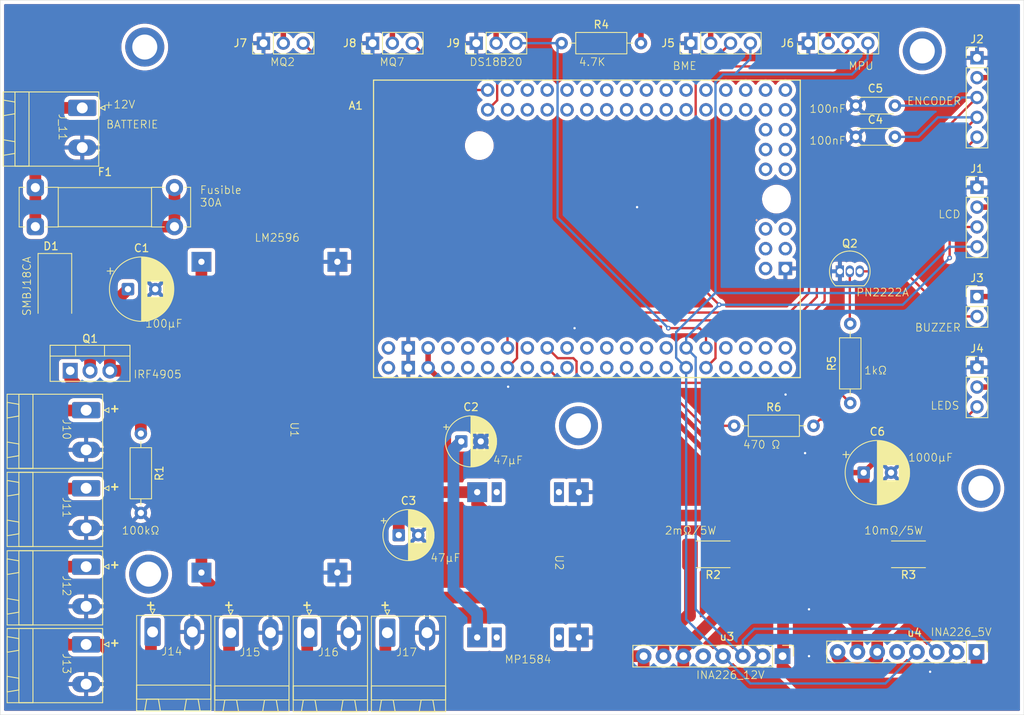
<source format=kicad_pcb>
(kicad_pcb (version 20241229) (generator "pcbnew") (generator_version "9.0")
  (layers (0 "F.Cu" signal) (2 "B.Cu" signal) (13 "F.Paste" user) (15 "B.Paste" user) (5 "F.SilkS" user "F.Silkscreen") (7 "B.SilkS" user "B.Silkscreen") (1 "F.Mask" user) (3 "B.Mask" user) (25 "Edge.Cuts" user))
  (net 0 "")
  (net 6 "/Display_And_UI/WS2812_DATA")
  (net 20 "/Display_And_UI/GND")
  (net 23 "/Display_And_UI/I2C_SCL")
  (net 24 "/Display_And_UI/+5V")
  (net 38 "/Display_And_UI/I2C_SDA")
  (net 39 "/MCU_Arduino_Mega/DS18B20_DATA")
  (net 46 "/Display_And_UI/ENCODER_A")
  (net 47 "/Display_And_UI/BUZZER_PWM")
  (net 52 "/Display_And_UI/ENCODER_B")
  (net 55 "/Display_And_UI/ENCODER_SW")
  (net 62 "/MCU_Arduino_Mega/MQ7_AOUT")
  (net 67 "/MCU_Arduino_Mega/MQ2_AOUT")
  (net 84 "/Power_Input/+12V_PROT")
  (net 85 "/Power_Input/+3V3")
  (net 86 "/Power_Input/+12V_FUSED")
  (net 87 "/Power_Input/+12V_RAW")
  (net 88 "Net-(J3-Pin_2)")
  (net 89 "Net-(J4-Pin_3)")
  (net 90 "Net-(Q1-G)")
  (net 91 "Net-(Q2-B)")
  (net 94 "/Power_Input/+5V_PROT")
  (net 95 "/Power_Input/+12V")
  (footprint "Resistor_THT:R_Axial_DIN0207_L6.3mm_D2.5mm_P10.16mm_Horizontal" (layer "F.Cu") (at 113.42 82)
    (property "Reference" "R6")
    (property "Value" "470 Ω")
  )
  (footprint "MyModules:Connecteur 2 vis" (layer "F.Cu") (at 38.96 108.4)
    (property "Reference" "J14")
    (property "Value" "OUTSIDE LIGHT")
  )
  (footprint "Package_TO_SOT_THT:TO-92_Inline" (layer "F.Cu") (at 126.951961 62.221961)
    (property "Reference" "Q2")
    (property "Value" "PN2222")
  )
  (footprint "MyModules:Connecteur 2 vis" (layer "F.Cu") (at 48.96 108.5)
    (property "Reference" "J15")
    (property "Value" "REAR LIGHT")
  )
  (footprint "PCM_arduino-library:Clone_Mega2560_Pro_Socket" (layer "F.Cu") (at 67.275 37.73)
    (property "Reference" "A1")
    (property "Value" "Clone_Mega2560_Pro_Socket")
  )
  (footprint "MyModules:Connecteur 2 vis" (layer "F.Cu") (at 30.5 89.96 -90)
    (property "Reference" "J11")
    (property "Value" "FRIDGE")
  )
  (footprint "Connector_PinHeader_2.54mm:PinHeader_1x05_P2.54mm_Vertical" (layer "F.Cu") (at 144.5 34.88)
    (property "Reference" "J2")
    (property "Value" "J_ENCODER")
  )
  (footprint "MyModules:MP1584_Breakout" (layer "F.Cu") (at 93.54 90.5 -90)
    (property "Reference" "U2")
    (property "Value" "MP1584")
  )
  (footprint "Capacitor_THT:CP_Radial_D8.0mm_P3.50mm" (layer "F.Cu") (at 35.847349 64.5)
    (property "Reference" "C1")
    (property "Value" "100uF/35V")
  )
  (footprint "MyModules:Connecteur 2 vis" (layer "F.Cu") (at 30.5 79.96 -90)
    (property "Reference" "J10")
    (property "Value" "PUMP")
  )
  (footprint "MyModules:INA226_Module_Header_1x08" (layer "F.Cu") (at 119.62 111.5 -90)
    (property "Reference" "u3")
    (property "Value" "INA226_12V")
  )
  (footprint "Package_TO_SOT_THT:TO-220-3_Vertical" (layer "F.Cu") (at 28.46 74.95)
    (property "Reference" "Q1")
    (property "Value" "IRF4905")
  )
  (footprint "Capacitor_THT:C_Disc_D4.3mm_W1.9mm_P5.00mm" (layer "F.Cu") (at 129 45)
    (property "Reference" "C4")
    (property "Value" "100nF")
  )
  (footprint "Connector_PinHeader_2.54mm:PinHeader_1x03_P2.54mm_Vertical" (layer "F.Cu") (at 80.42 33 90)
    (property "Reference" "J9")
    (property "Value" "J_DS18B20")
  )
  (footprint "MyModules:Connecteur 2 vis" (layer "F.Cu") (at 30.5 109.96 -90)
    (property "Reference" "J13")
    (property "Value" "INSIDE LIGHT")
  )
  (footprint "Resistor_THT:R_Axial_DIN0207_L6.3mm_D2.5mm_P10.16mm_Horizontal" (layer "F.Cu") (at 37.5 83 -90)
    (property "Reference" "R1")
    (property "Value" "100 kΩ")
  )
  (footprint "MyModules:LM2596_Breakout" (layer "F.Cu") (at 62.65 61 -90)
    (property "Reference" "U1")
    (property "Value" "LM2596 Module")
  )
  (footprint "Connector_PinHeader_2.54mm:PinHeader_1x03_P2.54mm_Vertical" (layer "F.Cu") (at 53.19 33 90)
    (property "Reference" "J7")
    (property "Value" "J_MQ2")
  )
  (footprint "MyModules:Connecteur 2 vis" (layer "F.Cu") (at 59 108.5)
    (property "Reference" "J16")
    (property "Value" "USB LOADER")
  )
  (footprint "MyModules:Connecteur 2 vis" (layer "F.Cu") (at 30.5 100 -90)
    (property "Reference" "J12")
    (property "Value" "HEATER")
  )
  (footprint "Resistor_THT:R_Axial_DIN0207_L6.3mm_D2.5mm_P10.16mm_Horizontal" (layer "F.Cu") (at 128.278039 79.088039 90)
    (property "Reference" "R5")
    (property "Value" "1k Ω")
  )
  (footprint "Resistor_THT:R_Axial_DIN0207_L6.3mm_D2.5mm_P10.16mm_Horizontal" (layer "F.Cu") (at 91.34 33)
    (property "Reference" "R4")
    (property "Value" "4.7k")
  )
  (footprint "Connector_PinHeader_2.54mm:PinHeader_1x04_P2.54mm_Vertical" (layer "F.Cu") (at 144.5 51.46)
    (property "Reference" "J1")
    (property "Value" "J_LCD")
  )
  (footprint "Connector_PinHeader_2.54mm:PinHeader_1x03_P2.54mm_Vertical" (layer "F.Cu") (at 67.15 33 90)
    (property "Reference" "J8")
    (property "Value" "J_MQ7")
  )
  (footprint "Capacitor_THT:CP_Radial_D8.0mm_P3.50mm" (layer "F.Cu") (at 130 88)
    (property "Reference" "C6")
    (property "Value" "1000 µF - 6.3V")
  )
  (footprint "Capacitor_THT:C_Disc_D4.3mm_W1.9mm_P5.00mm" (layer "F.Cu") (at 129 41)
    (property "Reference" "C5")
    (property "Value" "100nF")
  )
  (footprint "MyModules:Connecteur 2 vis" (layer "F.Cu") (at 69 108.5)
    (property "Reference" "J17")
    (property "Value" "OTHER")
  )
  (footprint "Resistor_SMD:R_2512_6332Metric" (layer "F.Cu") (at 110.73 98.46 180)
    (property "Reference" "R2")
    (property "Value" "2mΩ / 5W")
  )
  (footprint "Connector_PinHeader_2.54mm:PinHeader_1x04_P2.54mm_Vertical" (layer "F.Cu") (at 122.92 33 90)
    (property "Reference" "J6")
    (property "Value" "J_MPU")
  )
  (footprint "Diode_SMD:D_SMA-SMB_Universal_Handsoldering" (layer "F.Cu") (at 26.5 64.9 -90)
    (property "Reference" "D1")
    (property "Value" "D_TVS")
  )
  (footprint "Capacitor_THT:CP_Radial_D6.3mm_P2.50mm" (layer "F.Cu") (at 78.5 84)
    (property "Reference" "C2")
    (property "Value" "47uF/16V")
  )
  (footprint "Connector_PinHeader_2.54mm:PinHeader_1x04_P2.54mm_Vertical" (layer "F.Cu") (at 107.88 33 90)
    (property "Reference" "J5")
    (property "Value" "J_BME")
  )
  (footprint "Connector_PinHeader_2.54mm:PinHeader_1x02_P2.54mm_Vertical" (layer "F.Cu") (at 144.5 65.46)
    (property "Reference" "J3")
    (property "Value" "J_BUZZER")
  )
  (footprint "MyModules:INA226_Module_Header_1x08" (layer "F.Cu") (at 144.43 110.96 -90)
    (property "Reference" "u4")
    (property "Value" "INA226_5V")
  )
  (footprint "MyModules:Connecteur 2 vis" (layer "F.Cu") (at 30 41.25 -90)
    (property "Reference" "J_11")
    (property "Value" "J_BATT")
  )
  (footprint "Fuse:Fuseholder_Clip-5x20mm_Bel_FC-203-22_Lateral_P17.80x5.00mm_D1.17mm_Horizontal" (layer "F.Cu") (at 24 51.5)
    (property "Reference" "F1")
    (property "Value" "Fuse")
  )
  (footprint "Resistor_SMD:R_2512_6332Metric" (layer "F.Cu") (at 135.73 98.46 180)
    (property "Reference" "R3")
    (property "Value" "10mΩ / 5W")
  )
  (footprint "Connector_PinHeader_2.54mm:PinHeader_1x03_P2.54mm_Vertical" (layer "F.Cu") (at 144.5 74.5)
    (property "Reference" "J4")
    (property "Value" "J_LEDS")
  )
  (footprint "Capacitor_THT:CP_Radial_D6.3mm_P2.50mm" (layer "F.Cu") (at 70.5 96)
    (property "Reference" "C3")
    (property "Value" "47uF/16V")
  )
  (gr_line (start 150.5 27.5) (end 150.5 119) (stroke (width 0.05)) (layer "Edge.Cuts"))
  (gr_line (start 19.5 119) (end 19.5 27.5) (stroke (width 0.05)) (layer "Edge.Cuts"))
  (gr_line (start 150.5 119) (end 19.5 119) (stroke (width 0.05)) (layer "Edge.Cuts"))
  (gr_line (start 19.5 27.5) (end 150.5 27.5) (stroke (width 0.05)) (layer "Edge.Cuts"))
  (gr_text "47µF" (at 74.5 99.5 0) (layer "F.SilkS") (effects (font (size 1 1) (thickness 0.1)) (justify left bottom)))
  (gr_text "+12V" (at 32.71 41.44 0) (layer "F.SilkS") (effects (font (size 1 1) (thickness 0.1)) (justify left bottom)))
  (gr_text "BME" (at 105.5 36.5 0) (layer "F.SilkS") (effects (font (size 1 1) (thickness 0.1)) (justify left bottom)))
  (gr_text "MPU" (at 128 36.5 0) (layer "F.SilkS") (effects (font (size 1 1) (thickness 0.1)) (justify left bottom)))
  (gr_text "10mΩ/5W" (at 130 96 0) (layer "F.SilkS") (effects (font (size 1 1) (thickness 0.1)) (justify left bottom)))
  (gr_text "+" (at 58 105.49 0) (layer "F.SilkS") (effects (font (size 1 1) (thickness 0.2) (bold yes)) (justify left bottom)))
  (gr_text "2mΩ/5W" (at 104.5 96 0) (layer "F.SilkS") (effects (font (size 1 1) (thickness 0.1)) (justify left bottom)))
  (gr_text "470 Ω" (at 114.5 85 0) (layer "F.SilkS") (effects (font (size 1 1) (thickness 0.1)) (justify left bottom)))
  (gr_text "MQ2" (at 54 36 0) (layer "F.SilkS") (effects (font (size 1 1) (thickness 0.1)) (justify left bottom)))
  (gr_text "+" (at 48 105.49 0) (layer "F.SilkS") (effects (font (size 1 1) (thickness 0.2) (bold yes)) (justify left bottom)))
  (gr_text "100kΩ" (at 35 96 0) (layer "F.SilkS") (effects (font (size 1 1) (thickness 0.1)) (justify left bottom)))
  (gr_text "LEDS" (at 138.5 80 0) (layer "F.SilkS") (effects (font (size 1 1) (thickness 0.1)) (justify left bottom)))
  (gr_text "+" (at 38 105.49 0) (layer "F.SilkS") (effects (font (size 1 1) (thickness 0.2) (bold yes)) (justify left bottom)))
  (gr_text "4.7K" (at 93.5 36 0) (layer "F.SilkS") (effects (font (size 1 1) (thickness 0.1)) (justify left bottom)))
  (gr_text "+" (at 33.41 100.34 0) (layer "F.SilkS") (effects (font (size 1 1) (thickness 0.2) (bold yes)) (justify left bottom)))
  (gr_text "100nF" (at 123 42 0) (layer "F.SilkS") (effects (font (size 1 1) (thickness 0.1)) (justify left bottom)))
  (gr_text "IRF4905" (at 36.5 76 0) (layer "F.SilkS") (effects (font (size 1 1) (thickness 0.1)) (justify left bottom)))
  (gr_text "LM2596" (at 52 58.5 0) (layer "F.SilkS") (effects (font (size 1 1) (thickness 0.1)) (justify left bottom)))
  (gr_text "1000µF" (at 135.63 86.654 0) (layer "F.SilkS") (effects (font (size 1 1) (thickness 0.1)) (justify left bottom)))
  (gr_text "SMBJ18CA" (at 23.5 68 90) (layer "F.SilkS") (effects (font (size 1 1) (thickness 0.1)) (justify left bottom)))
  (gr_text "MP1584" (at 84 112.5 0) (layer "F.SilkS") (effects (font (size 1 1) (thickness 0.1)) (justify left bottom)))
  (gr_text "+" (at 33.41 90.34 0) (layer "F.SilkS") (effects (font (size 1 1) (thickness 0.2) (bold yes)) (justify left bottom)))
  (gr_text "BATTERIE" (at 33 44 0) (layer "F.SilkS") (effects (font (size 1 1) (thickness 0.1)) (justify left bottom)))
  (gr_text "PN2222A" (at 129 65.5 0) (layer "F.SilkS") (effects (font (size 1 1) (thickness 0.1)) (justify left bottom)))
  (gr_text "1kΩ" (at 130 75.5 0) (layer "F.SilkS") (effects (font (size 1 1) (thickness 0.1)) (justify left bottom)))
  (gr_text "+" (at 68 105.49 0) (layer "F.SilkS") (effects (font (size 1 1) (thickness 0.2) (bold yes)) (justify left bottom)))
  (gr_text "LCD" (at 139.5 55.5 0) (layer "F.SilkS") (effects (font (size 1 1) (thickness 0.1)) (justify left bottom)))
  (gr_text "100nF" (at 123 46.07 0) (layer "F.SilkS") (effects (font (size 1 1) (thickness 0.1)) (justify left bottom)))
  (gr_text "ENCODER" (at 135.5 41 0) (layer "F.SilkS") (effects (font (size 1 1) (thickness 0.1)) (justify left bottom)))
  (gr_text "DS18B20" (at 79.5 36 0) (layer "F.SilkS") (effects (font (size 1 1) (thickness 0.1)) (justify left bottom)))
  (gr_text "+" (at 33.41 80.34 0) (layer "F.SilkS") (effects (font (size 1 1) (thickness 0.2) (bold yes)) (justify left bottom)))
  (gr_text "Fusible\n30A" (at 45 54 0) (layer "F.SilkS") (effects (font (size 1 1) (thickness 0.1)) (justify left bottom)))
  (gr_text "MQ7" (at 68 36 0) (layer "F.SilkS") (effects (font (size 1 1) (thickness 0.1)) (justify left bottom)))
  (gr_text "47µF" (at 82.51 87 0) (layer "F.SilkS") (effects (font (size 1 1) (thickness 0.1)) (justify left bottom)))
  (gr_text "+" (at 33.41 110.34 0) (layer "F.SilkS") (effects (font (size 1 1) (thickness 0.2) (bold yes)) (justify left bottom)))
  (gr_text "INA226_5V" (at 138.5 109 0) (layer "F.SilkS") (effects (font (size 1 1) (thickness 0.1)) (justify left bottom)))
  (gr_text "INA226_12V" (at 108.5 114.5 0) (layer "F.SilkS") (effects (font (size 1 1) (thickness 0.1)) (justify left bottom)))
  (gr_text "100µF" (at 38 69.5 0) (layer "F.SilkS") (effects (font (size 1 1) (thickness 0.1)) (justify left bottom)))
  (gr_text "BUZZER" (at 136.5 70 0) (layer "F.SilkS") (effects (font (size 1 1) (thickness 0.1)) (justify left bottom)))
  (via (at 93.5 82) (size 5) (drill 3.2) (layers "F.Cu" "B.Cu") (net 0))
  (via (at 145 90) (size 5) (drill 3.2) (layers "F.Cu" "B.Cu") (net 0))
  (via (at 38 33.5) (size 5) (drill 3.2) (layers "F.Cu" "B.Cu") (net 0))
  (via (at 38.5 101) (size 5) (drill 3.2) (layers "F.Cu" "B.Cu") (net 0))
  (via (at 137.5 34) (size 5) (drill 3.2) (layers "F.Cu" "B.Cu") (net 0))
  (segment (start 92.44 77.5) (end 105 77.5) (width 0.3) (layer "F.Cu") (net 6))
  (segment (start 89.5 74.56) (end 92.44 77.5) (width 0.3) (layer "F.Cu") (net 6))
  (segment (start 105 77.5) (end 109.5 82) (width 0.3) (layer "F.Cu") (net 6))
  (segment (start 109.5 82) (end 113.42 82) (width 0.3) (layer "F.Cu") (net 6))
  (via (at 93 69.5) (size 0.6) (drill 0.3) (layers "F.Cu" "B.Cu") (net 20))
  (via (at 84.5 77) (size 0.6) (drill 0.3) (layers "F.Cu" "B.Cu") (net 20))
  (via (at 138.5 113.5) (size 0.6) (drill 0.3) (layers "F.Cu" "B.Cu") (net 20))
  (via (at 120 78) (size 0.6) (drill 0.3) (layers "F.Cu" "B.Cu") (net 20))
  (via (at 123 105.5) (size 0.6) (drill 0.3) (layers "F.Cu" "B.Cu") (net 20))
  (via (at 122.5 85.5) (size 0.6) (drill 0.3) (layers "F.Cu" "B.Cu") (net 20))
  (via (at 123 111.5) (size 0.6) (drill 0.3) (layers "F.Cu" "B.Cu") (net 20))
  (via (at 101 54) (size 0.6) (drill 0.3) (layers "F.Cu" "B.Cu") (net 20))
  (segment (start 106 70) (end 111.0346 64.9654) (width 0.3) (layer "B.Cu") (net 23))
  (segment (start 107.28 74.56) (end 107.28 106.78) (width 0.3) (layer "B.Cu") (net 23))
  (segment (start 107.28 106.78) (end 112 111.5) (width 0.3) (layer "B.Cu") (net 23))
  (segment (start 113.5 37) (end 115.5 35) (width 0.3) (layer "B.Cu") (net 23))
  (segment (start 141.08 59.08) (end 144.5 59.08) (width 0.3) (layer "B.Cu") (net 23))
  (segment (start 111 38) (end 112 37) (width 0.3) (layer "B.Cu") (net 23))
  (segment (start 106 73.28) (end 106 70) (width 0.3) (layer "B.Cu") (net 23))
  (segment (start 116.5 115) (end 132.5 115) (width 0.3) (layer "B.Cu") (net 23))
  (segment (start 107.28 74.56) (end 106 73.28) (width 0.3) (layer "B.Cu") (net 23))
  (segment (start 140.92 59.08) (end 141.08 59.08) (width 0.3) (layer "B.Cu") (net 23))
  (segment (start 128.5 37) (end 130.5 35) (width 0.3) (layer "B.Cu") (net 23))
  (segment (start 115.5 35) (end 115.5 33) (width 0.3) (layer "B.Cu") (net 23))
  (segment (start 111.0346 64.9654) (end 111.0346 38.0346) (width 0.3) (layer "B.Cu") (net 23))
  (segment (start 130.5 34.5) (end 130.54 34.46) (width 0.3) (layer "B.Cu") (net 23))
  (segment (start 111 65) (end 135 65) (width 0.3) (layer "B.Cu") (net 23))
  (segment (start 132.77 115) (end 132.5 115) (width 0.3) (layer "B.Cu") (net 23))
  (segment (start 141 59) (end 141.08 59.08) (width 0.3) (layer "B.Cu") (net 23))
  (segment (start 111.0346 38.0346) (end 111 38) (width 0.3) (layer "B.Cu") (net 23))
  (segment (start 130.5 35) (end 130.5 34.5) (width 0.3) (layer "B.Cu") (net 23))
  (segment (start 135 65) (end 140.92 59.08) (width 0.3) (layer "B.Cu") (net 23))
  (segment (start 112 37) (end 113 37) (width 0.3) (layer "B.Cu") (net 23))
  (segment (start 113 37) (end 113.5 37) (width 0.3) (layer "B.Cu") (net 23))
  (segment (start 112 111.5) (end 115.5 115) (width 0.3) (layer "B.Cu") (net 23))
  (segment (start 136.81 110.96) (end 132.77 115) (width 0.3) (layer "B.Cu") (net 23))
  (segment (start 115.5 115) (end 116.5 115) (width 0.3) (layer "B.Cu") (net 23))
  (segment (start 130.54 34.46) (end 130.54 33) (width 0.3) (layer "B.Cu") (net 23))
  (segment (start 113 37) (end 128.5 37) (width 0.3) (layer "B.Cu") (net 23))
  (segment (start 145.5 29.5) (end 127 29.5) (width 0.7) (layer "F.Cu") (net 24))
  (segment (start 147.5 39) (end 147.5 31.5) (width 0.7) (layer "F.Cu") (net 24))
  (segment (start 138.6925 98.46) (end 138.6925 93.6925) (width 1.5) (layer "F.Cu") (net 24))
  (segment (start 128 113) (end 126.65 111.65) (width 1.5) (layer "F.Cu") (net 24))
  (segment (start 147.5 78.5) (end 147.5 79) (width 0.7) (layer "F.Cu") (net 24))
  (segment (start 74.26 74.56) (end 74.26 72.02) (width 0.7) (layer "F.Cu") (net 24))
  (segment (start 147.5 77.5) (end 147.5 67) (width 0.7) (layer "F.Cu") (net 24))
  (segment (start 145.96 65.46) (end 147.5 67) (width 0.7) (layer "F.Cu") (net 24))
  (segment (start 69.69 30.81) (end 69.69 33) (width 0.7) (layer "F.Cu") (net 24))
  (segment (start 126.65 110.96) (end 126.73 111.04) (width 0.2) (layer "F.Cu") (net 24))
  (segment (start 55.73 30.77) (end 55.73 33) (width 0.7) (layer "F.Cu") (net 24))
  (segment (start 112 29.5) (end 110.42 31.08) (width 0.7) (layer "F.Cu") (net 24))
  (segment (start 78.2 78.5) (end 74.26 74.56) (width 0.7) (layer "F.Cu") (net 24))
  (segment (start 130 88) (end 112.5 88) (width 0.7) (layer "F.Cu") (net 24))
  (segment (start 147.5 52) (end 147.5 39) (width 0.7) (layer "F.Cu") (net 24))
  (segment (start 71 29.5) (end 69.69 30.81) (width 0.7) (layer "F.Cu") (net 24))
  (segment (start 57 29.5) (end 55.73 30.77) (width 0.7) (layer "F.Cu") (net 24))
  (segment (start 125.46 31.02) (end 125.46 32.98) (width 0.7) (layer "F.Cu") (net 24))
  (segment (start 130.5 113) (end 128 113) (width 1.5) (layer "F.Cu") (net 24))
  (segment (start 103 78.5) (end 78.2 78.5) (width 0.7) (layer "F.Cu") (net 24))
  (segment (start 112.25 29.5) (end 103.25 29.5) (width 0.7) (layer "F.Cu") (net 24))
  (segment (start 138.6925 101.9975) (end 138.6925 98.46) (width 1.5) (layer "F.Cu") (net 24))
  (segment (start 147.5 67) (end 147.5 64.5) (width 0.7) (layer "F.Cu") (net 24))
  (segment (start 147.5 77.5) (end 147.5 79) (width 0.7) (layer "F.Cu") (net 24))
  (segment (start 133.5 93) (end 130 89.5) (width 1.5) (layer "F.Cu") (net 24))
  (segment (start 131.73 111.77) (end 130.5 113) (width 1.5) (layer "F.Cu") (net 24))
  (segment (start 131.73 110.96) (end 131.73 111.77) (width 1.5) (layer "F.Cu") (net 24))
  (segment (start 144.5 77.04) (end 146.04 77.04) (width 0.7) (layer "F.Cu") (net 24))
  (segment (start 131.73 108.96) (end 131.73 110.96) (width 1.5) (layer "F.Cu") (net 24))
  (segment (start 146.04 77.04) (end 147.5 78.5) (width 0.7) (layer "F.Cu") (net 24))
  (segment (start 138.6925 101.9975) (end 131.73 108.96) (width 1.5) (layer "F.Cu") (net 24))
  (segment (start 147.5 79) (end 147.5 83) (width 0.7) (layer "F.Cu") (net 24))
  (segment (start 112.5 88) (end 103 78.5) (width 0.7) (layer "F.Cu") (net 24))
  (segment (start 103.25 29.5) (end 102.75 29.5) (width 0.7) (layer "F.Cu") (net 24))
  (segment (start 84.5 29.5) (end 71 29.5) (width 0.7) (layer "F.Cu") (net 24))
  (segment (start 138 93) (end 133.5 93) (width 1.5) (layer "F.Cu") (net 24))
  (segment (start 147.5 31.5) (end 145.5 29.5) (width 0.7) (layer "F.Cu") (net 24))
  (segment (start 101.5 31.25) (end 103.25 29.5) (width 0.7) (layer "F.Cu") (net 24))
  (segment (start 101.5 33) (end 101.5 31.25) (width 0.7) (layer "F.Cu") (net 24))
  (segment (start 102.5 29.5) (end 100.5 29.5) (width 0.7) (layer "F.Cu") (net 24))
  (segment (start 82.96 31.04) (end 84.5 29.5) (width 0.7) (layer "F.Cu") (net 24))
  (segment (start 127 29.48) (end 125.46 31.02) (width 0.7) (layer "F.Cu") (net 24))
  (segment (start 127 29.5) (end 112 29.5) (width 0.7) (layer "F.Cu") (net 24))
  (segment (start 145.92 37.42) (end 147.5 39) (width 0.7) (layer "F.Cu") (net 24))
  (segment (start 126.65 111.65) (end 126.65 110.96) (width 1.5) (layer "F.Cu") (net 24))
  (segment (start 135 83) (end 130 88) (width 0.7) (layer "F.Cu") (net 24))
  (segment (start 147.5 83) (end 135 83) (width 0.7) (layer "F.Cu") (net 24))
  (segment (start 146 54) (end 147.5 55.5) (width 0.7) (layer "F.Cu") (net 24))
  (segment (start 71 29.5) (end 57 29.5) (width 0.7) (layer "F.Cu") (net 24))
  (segment (start 138.6925 93.6925) (end 138 93) (width 1.5) (layer "F.Cu") (net 24))
  (segment (start 110.42 31.08) (end 110.42 33) (width 0.7) (layer "F.Cu") (net 24))
  (segment (start 144.5 37.42) (end 145.92 37.42) (width 0.7) (layer "F.Cu") (net 24))
  (segment (start 130 89.5) (end 130 88) (width 1.5) (layer "F.Cu") (net 24))
  (segment (start 147.5 64.5) (end 147.5 55.5) (width 0.7) (layer "F.Cu") (net 24))
  (segment (start 144.5 65.46) (end 145.96 65.46) (width 0.7) (layer "F.Cu") (net 24))
  (segment (start 147.5 55.5) (end 147.5 52) (width 0.7) (layer "F.Cu") (net 24))
  (segment (start 100.5 29.5) (end 84.5 29.5) (width 0.7) (layer "F.Cu") (net 24))
  (segment (start 82.96 33) (end 82.96 31.04) (width 0.7) (layer "F.Cu") (net 24))
  (segment (start 144.5 54) (end 146 54) (width 0.7) (layer "F.Cu") (net 24))
  (segment (start 108.5 63.5) (end 108.5 37.46) (width 0.3) (layer "F.Cu") (net 38))
  (segment (start 125.98 35.98) (end 109.98 35.98) (width 0.3) (layer "F.Cu") (net 38))
  (segment (start 141 58) (end 142.5 56.5) (width 0.3) (layer "F.Cu") (net 38))
  (segment (start 126 36) (end 125.98 35.98) (width 0.3) (layer "F.Cu") (net 38))
  (segment (start 142.54 56.54) (end 144.5 56.54) (width 0.3) (layer "F.Cu") (net 38))
  (segment (start 108.5 37.46) (end 109.98 35.98) (width 0.3) (layer "F.Cu") (net 38))
  (segment (start 111.5 66.5) (end 108.5 63.5) (width 0.3) (layer "F.Cu") (net 38))
  (segment (start 141 60.5) (end 141 58) (width 0.3) (layer "F.Cu") (net 38))
  (segment (start 128 33) (end 128 34) (width 0.3) (layer "F.Cu") (net 38))
  (segment (start 128 34) (end 126 36) (width 0.3) (layer "F.Cu") (net 38))
  (segment (start 109.98 35.98) (end 112.96 33) (width 0.3) (layer "F.Cu") (net 38))
  (segment (start 142.5 56.5) (end 142.54 56.54) (width 0.3) (layer "F.Cu") (net 38))
  (via (at 141 60.5) (size 0.6) (drill 0.3) (layers "F.Cu" "B.Cu") (net 38))
  (via (at 111.5 66.5) (size 0.6) (drill 0.3) (layers "F.Cu" "B.Cu") (net 38))
  (segment (start 108.5 77.5) (end 108.5 105.5) (width 0.3) (layer "B.Cu") (net 38))
  (segment (start 135.77 108) (end 116 108) (width 0.3) (layer "B.Cu") (net 38))
  (segment (start 114.54 109.54) (end 114.54 111.5) (width 0.3) (layer "B.Cu") (net 38))
  (segment (start 139.35 110.96) (end 136.85 108.46) (width 0.3) (layer "B.Cu") (net 38))
  (segment (start 135 66.5) (end 141 60.5) (width 0.3) (layer "B.Cu") (net 38))
  (segment (start 114.5 111.5) (end 108.5 105.5) (width 0.3) (layer "B.Cu") (net 38))
  (segment (start 136.23 108.46) (end 135.77 108) (width 0.3) (layer "B.Cu") (net 38))
  (segment (start 107.28 72.02) (end 108.5 73.24) (width 0.3) (layer "B.Cu") (net 38))
  (segment (start 107.28 70.72) (end 111.5 66.5) (width 0.3) (layer "B.Cu") (net 38))
  (segment (start 111.5 66.5) (end 112.5 66.5) (width 0.3) (layer "B.Cu") (net 38))
  (segment (start 107.28 72.02) (end 107.28 70.72) (width 0.3) (layer "B.Cu") (net 38))
  (segment (start 108.5 73.24) (end 108.5 77.5) (width 0.3) (layer "B.Cu") (net 38))
  (segment (start 136.85 108.46) (end 136.23 108.46) (width 0.3) (layer "B.Cu") (net 38))
  (segment (start 114.5 109.5) (end 114.54 109.54) (width 0.3) (layer "B.Cu") (net 38))
  (segment (start 116 108) (end 114.5 109.5) (width 0.3) (layer "B.Cu") (net 38))
  (segment (start 112.5 66.5) (end 135 66.5) (width 0.3) (layer "B.Cu") (net 38))
  (segment (start 114.54 111.5) (end 114.5 111.5) (width 0.3) (layer "B.Cu") (net 38))
  (segment (start 109.82 72.02) (end 109.82 70.32) (width 0.3) (layer "F.Cu") (net 39))
  (segment (start 109.5 70) (end 109 69.5) (width 0.3) (layer "F.Cu") (net 39))
  (segment (start 109.82 70.32) (end 109.5 70) (width 0.3) (layer "F.Cu") (net 39))
  (segment (start 109 69.5) (end 105 69.5) (width 0.3) (layer "F.Cu") (net 39))
  (via (at 105 69.5) (size 0.6) (drill 0.3) (layers "F.Cu" "B.Cu") (net 39))
  (segment (start 85.5 33) (end 91.34 33) (width 0.3) (layer "B.Cu") (net 39))
  (segment (start 90.8254 55.3254) (end 90.8254 33.5) (width 0.3) (layer "B.Cu") (net 39))
  (segment (start 105 69.5) (end 90.8254 55.3254) (width 0.3) (layer "B.Cu") (net 39))
  (segment (start 91.3254 33) (end 90.8254 33.5) (width 0.3) (layer "B.Cu") (net 39))
  (segment (start 91.34 33) (end 91.3254 33) (width 0.3) (layer "B.Cu") (net 39))
  (segment (start 123 65) (end 123 57.08) (width 0.3) (layer "F.Cu") (net 46))
  (segment (start 87 67.5) (end 120.5 67.5) (width 0.3) (layer "F.Cu") (net 46))
  (segment (start 84.42 72.02) (end 84.42 70.08) (width 0.3) (layer "F.Cu") (net 46))
  (segment (start 84.42 70.08) (end 87 67.5) (width 0.3) (layer "F.Cu") (net 46))
  (segment (start 120.5 67.5) (end 123 65) (width 0.3) (layer "F.Cu") (net 46))
  (segment (start 123 57.08) (end 127.08 53) (width 0.3) (layer "F.Cu") (net 46))
  (segment (start 131.46 53) (end 144.5 39.96) (width 0.3) (layer "F.Cu") (net 46))
  (segment (start 127.08 53) (end 131.46 53) (width 0.3) (layer "F.Cu") (net 46))
  (segment (start 141.5 41) (end 142.54 39.96) (width 0.3) (layer "B.Cu") (net 46))
  (segment (start 134 41) (end 141.5 41) (width 0.3) (layer "B.Cu") (net 46))
  (segment (start 142.54 39.96) (end 144.5 39.96) (width 0.3) (layer "B.Cu") (net 46))
  (segment (start 125.69 76.5) (end 128.278039 79.088039) (width 0.3) (layer "F.Cu") (net 47))
  (segment (start 89.5 72.02) (end 89.52 72.02) (width 0.3) (layer "F.Cu") (net 47))
  (segment (start 89.52 72.02) (end 90.8454 73.3454) (width 0.3) (layer "F.Cu") (net 47))
  (segment (start 90.8454 73.3454) (end 92.8454 73.3454) (width 0.3) (layer "F.Cu") (net 47))
  (segment (start 92.8454 73.3454) (end 93.2546 73.7546) (width 0.3) (layer "F.Cu") (net 47))
  (segment (start 94 76.5) (end 125.69 76.5) (width 0.3) (layer "F.Cu") (net 47))
  (segment (start 93.2546 73.7546) (end 93.2546 75.7546) (width 0.3) (layer "F.Cu") (net 47))
  (segment (start 93.2546 75.7546) (end 94 76.5) (width 0.3) (layer "F.Cu") (net 47))
  (segment (start 121 68.5) (end 124 65.5) (width 0.3) (layer "F.Cu") (net 52))
  (segment (start 85.6346 69.8654) (end 87 68.5) (width 0.3) (layer "F.Cu") (net 52))
  (segment (start 132 55) (end 144.5 42.5) (width 0.3) (layer "F.Cu") (net 52))
  (segment (start 127.62 55) (end 132 55) (width 0.3) (layer "F.Cu") (net 52))
  (segment (start 85.6346 73.3454) (end 85.6346 69.8654) (width 0.3) (layer "F.Cu") (net 52))
  (segment (start 84.42 74.56) (end 85.6346 73.3454) (width 0.3) (layer "F.Cu") (net 52))
  (segment (start 124 58.62) (end 127.62 55) (width 0.3) (layer "F.Cu") (net 52))
  (segment (start 124 65.5) (end 124 58.62) (width 0.3) (layer "F.Cu") (net 52))
  (segment (start 87 68.5) (end 121 68.5) (width 0.3) (layer "F.Cu") (net 52))
  (segment (start 137 45) (end 139.5 42.5) (width 0.3) (layer "B.Cu") (net 52))
  (segment (start 139.5 42.5) (end 144.5 42.5) (width 0.3) (layer "B.Cu") (net 52))
  (segment (start 134 45) (end 137 45) (width 0.3) (layer "B.Cu") (net 52))
  (segment (start 111.0346 70.4654) (end 112 69.5) (width 0.3) (layer "F.Cu") (net 55))
  (segment (start 112 69.5) (end 121.5 69.5) (width 0.3) (layer "F.Cu") (net 55))
  (segment (start 125 66) (end 125 60) (width 0.3) (layer "F.Cu") (net 55))
  (segment (start 128.5 56.5) (end 133.04 56.5) (width 0.3) (layer "F.Cu") (net 55))
  (segment (start 133.04 56.5) (end 144.5 45.04) (width 0.3) (layer "F.Cu") (net 55))
  (segment (start 111.0346 70.5) (end 111.0346 70.4654) (width 0.3) (layer "F.Cu") (net 55))
  (segment (start 111.0346 73.3454) (end 111.0346 70.5) (width 0.3) (layer "F.Cu") (net 55))
  (segment (start 109.82 74.56) (end 111.0346 73.3454) (width 0.3) (layer "F.Cu") (net 55))
  (segment (start 121.5 69.5) (end 125 66) (width 0.3) (layer "F.Cu") (net 55))
  (segment (start 125 60) (end 128.5 56.5) (width 0.3) (layer "F.Cu") (net 55))
  (segment (start 72.23 33) (end 76.23 37) (width 0.3) (layer "F.Cu") (net 62))
  (segment (start 76.23 37) (end 77 37) (width 0.3) (layer "F.Cu") (net 62))
  (segment (start 82.0946 37) (end 77 37) (width 0.3) (layer "F.Cu") (net 62))
  (segment (start 83.0946 38) (end 82.0946 37) (width 0.3) (layer "F.Cu") (net 62))
  (segment (start 83.0946 38) (end 83.0946 40.3254) (width 0.3) (layer "F.Cu") (net 62))
  (segment (start 83.0946 40.3254) (end 81.88 41.54) (width 0.3) (layer "F.Cu") (net 62))
  (segment (start 81.88 39) (end 82 39) (width 0.7) (layer "F.Cu") (net 67))
  (segment (start 64.27 39) (end 81.88 39) (width 0.3) (layer "F.Cu") (net 67))
  (segment (start 58.27 33) (end 64.27 39) (width 0.3) (layer "F.Cu") (net 67))
  (segment (start 36.45 74.95) (end 45.25 83.75) (width 1.5) (layer "F.Cu") (net 84))
  (segment (start 45.25 83.75) (end 45.25 100.8) (width 1.5) (layer "F.Cu") (net 84))
  (segment (start 45.25 100.8) (end 45.25 101.25) (width 1.5) (layer "F.Cu") (net 84))
  (segment (start 104.38 111.5) (end 104.38 109.38) (width 1.5) (layer "F.Cu") (net 84))
  (segment (start 33.54 74.95) (end 36.45 74.95) (width 1.5) (layer "F.Cu") (net 84))
  (segment (start 33.54 66.807349) (end 35.847349 64.5) (width 1.5) (layer "F.Cu") (net 84))
  (segment (start 33.54 74.95) (end 33.54 66.807349) (width 1.5) (layer "F.Cu") (net 84))
  (segment (start 99 104) (end 104.38 109.38) (width 1.5) (layer "F.Cu") (net 84))
  (segment (start 104.44 110.96) (end 104.48 110.96) (width 0.2) (layer "F.Cu") (net 84))
  (segment (start 107.7675 106.3425) (end 107.4175 106.3425) (width 1.5) (layer "F.Cu") (net 84))
  (segment (start 48 104) (end 99 104) (width 1.5) (layer "F.Cu") (net 84))
  (segment (start 107.7675 106.3425) (end 107.7675 98.46) (width 1.5) (layer "F.Cu") (net 84))
  (segment (start 45.25 101.25) (end 48 104) (width 1.5) (layer "F.Cu") (net 84))
  (segment (start 107.4175 106.3425) (end 104.38 109.38) (width 1.5) (layer "F.Cu") (net 84))
  (segment (start 78.5 84) (end 77.5 85) (width 1.5) (layer "B.Cu") (net 85))
  (segment (start 80.54 106.04) (end 80.54 109.1) (width 1.5) (layer "B.Cu") (net 85))
  (segment (start 77.5 103) (end 80.54 106.04) (width 1.5) (layer "B.Cu") (net 85))
  (segment (start 77.5 85) (end 77.5 103) (width 1.5) (layer "B.Cu") (net 85))
  (segment (start 36.5 56.5) (end 30.5 62.5) (width 1.5) (layer "F.Cu") (net 86))
  (segment (start 30.5 62.5) (end 30.5 63.8) (width 1.5) (layer "F.Cu") (net 86))
  (segment (start 41.8 56.5) (end 36.5 56.5) (width 1.5) (layer "F.Cu") (net 86))
  (segment (start 31 72.3) (end 31 74.95) (width 1.5) (layer "F.Cu") (net 86))
  (segment (start 26.5 67.8) (end 31 72.3) (width 1.5) (layer "F.Cu") (net 86))
  (segment (start 41.8 51.5) (end 41.8 56.5) (width 1.5) (layer "F.Cu") (net 86))
  (segment (start 30.5 63.8) (end 26.5 67.8) (width 1.5) (layer "F.Cu") (net 86))
  (segment (start 30.1 41.29) (end 26.71 41.29) (width 1.5) (layer "F.Cu") (net 87))
  (segment (start 24 44) (end 24 51.5) (width 1.5) (layer "F.Cu") (net 87))
  (segment (start 26.71 41.29) (end 24 44) (width 1.5) (layer "F.Cu") (net 87))
  (segment (start 24 51.5) (end 24 56.5) (width 1.5) (layer "F.Cu") (net 87))
  (segment (start 135.221961 62.221961) (end 141 68) (width 0.3) (layer "F.Cu") (net 88))
  (segment (start 129.491961 62.221961) (end 135.221961 62.221961) (width 0.3) (layer "F.Cu") (net 88))
  (segment (start 141 68) (end 144.5 68) (width 0.3) (layer "F.Cu") (net 88))
  (segment (start 124.379999 81.200001) (end 142.879999 81.200001) (width 0.3) (layer "F.Cu") (net 89))
  (segment (start 123.58 82) (end 124.379999 81.200001) (width 0.3) (layer "F.Cu") (net 89))
  (segment (start 142.879999 81.200001) (end 144.5 79.58) (width 0.3) (layer "F.Cu") (net 89))
  (segment (start 28.46 74.95) (end 28.46 75.96) (width 1.5) (layer "F.Cu") (net 90))
  (segment (start 37.5 79.5) (end 37.5 83) (width 1.5) (layer "F.Cu") (net 90))
  (segment (start 35.5 77.5) (end 37.5 79.5) (width 1.5) (layer "F.Cu") (net 90))
  (segment (start 28.46 75.96) (end 30 77.5) (width 1.5) (layer "F.Cu") (net 90))
  (segment (start 30 77.5) (end 35.5 77.5) (width 1.5) (layer "F.Cu") (net 90))
  (segment (start 128.221961 68.871961) (end 128.278039 68.928039) (width 0.3) (layer "F.Cu") (net 91))
  (segment (start 128.221961 62.221961) (end 128.221961 68.871961) (width 0.3) (layer "F.Cu") (net 91))
  (segment (start 129.19 110.96) (end 129.19 107.52) (width 1.5) (layer "F.Cu") (net 94))
  (segment (start 132.7675 104.9225) (end 132.7675 98.46) (width 1.5) (layer "F.Cu") (net 94))
  (segment (start 129.19 107.52) (end 130.17 107.52) (width 1.5) (layer "F.Cu") (net 94))
  (segment (start 80.54 92.04) (end 82 93.5) (width 1.5) (layer "F.Cu") (net 94))
  (segment (start 45.25 61) (end 45.25 67.25) (width 1.5) (layer "F.Cu") (net 94))
  (segment (start 119.68 98.01) (end 119.68 110.96) (width 1.5) (layer "F.Cu") (net 94))
  (segment (start 80.54 90.5) (end 80.54 92.04) (width 1.5) (layer "F.Cu") (net 94))
  (segment (start 70.5 96) (end 70.5 92.5) (width 1.5) (layer "F.Cu") (net 94))
  (segment (start 45.25 67.25) (end 70.5 92.5) (width 1.5) (layer "F.Cu") (net 94))
  (segment (start 72.5 90.5) (end 80.54 90.5) (width 1.5) (layer "F.Cu") (net 94))
  (segment (start 120.48 110.96) (end 119.68 110.96) (width 0.2) (layer "F.Cu") (net 94))
  (segment (start 119.73 97.96) (end 119.68 98.01) (width 1.5) (layer "F.Cu") (net 94))
  (segment (start 119.68 98.01) (end 129.19 107.52) (width 1.5) (layer "F.Cu") (net 94))
  (segment (start 119.62 111.5) (end 119.62 112.89) (width 1.5) (layer "F.Cu") (net 94))
  (segment (start 121.73 115) (end 142.23 115) (width 1.5) (layer "F.Cu") (net 94))
  (segment (start 144.43 112.8) (end 142.23 115) (width 1.5) (layer "F.Cu") (net 94))
  (segment (start 119.62 112.89) (end 121.73 115) (width 1.5) (layer "F.Cu") (net 94))
  (segment (start 144.43 110.96) (end 144.43 112.8) (width 1.5) (layer "F.Cu") (net 94))
  (segment (start 115.27 93.5) (end 119.73 97.96) (width 1.5) (layer "F.Cu") (net 94))
  (segment (start 70.5 92.5) (end 72.5 90.5) (width 1.5) (layer "F.Cu") (net 94))
  (segment (start 82 93.5) (end 115.27 93.5) (width 1.5) (layer "F.Cu") (net 94))
  (segment (start 130.17 107.52) (end 132.7675 104.9225) (width 1.5) (layer "F.Cu") (net 94))
  (segment (start 35 112.5) (end 32.54 110.04) (width 1.5) (layer "F.Cu") (net 95))
  (segment (start 30.5 90.04) (end 27.46 90.04) (width 1.5) (layer "F.Cu") (net 95))
  (segment (start 40 112.5) (end 35 112.5) (width 1.5) (layer "F.Cu") (net 95))
  (segment (start 68.79 111.29) (end 70 112.5) (width 1.5) (layer "F.Cu") (net 95))
  (segment (start 27.46 100.04) (end 26 101.5) (width 1.5) (layer "F.Cu") (net 95))
  (segment (start 32.54 110.04) (end 30.5 110.04) (width 1.5) (layer "F.Cu") (net 95))
  (segment (start 72 114.5) (end 70 112.5) (width 1.5) (layer "F.Cu") (net 95))
  (segment (start 106.92 111.5) (end 106.92 113.15) (width 1.5) (layer "F.Cu") (net 95))
  (segment (start 38.79 111.29) (end 40 112.5) (width 1.5) (layer "F.Cu") (net 95))
  (segment (start 48.79 108.4) (end 48.79 111.29) (width 1.5) (layer "F.Cu") (net 95))
  (segment (start 101.9 110.96) (end 101.98 110.96) (width 0.2) (layer "F.Cu") (net 95))
  (segment (start 101.84 113.07) (end 101.84 111.5) (width 1.5) (layer "F.Cu") (net 95))
  (segment (start 26 108) (end 26 101.5) (width 1.5) (layer "F.Cu") (net 95))
  (segment (start 30.5 110.04) (end 28.04 110.04) (width 1.5) (layer "F.Cu") (net 95))
  (segment (start 27 80) (end 27.04 80.04) (width 1.5) (layer "F.Cu") (net 95))
  (segment (start 95 114.5) (end 72 114.5) (width 1.5) (layer "F.Cu") (net 95))
  (segment (start 106.98 113.21) (end 105.69 114.5) (width 1.5) (layer "F.Cu") (net 95))
  (segment (start 113.6925 103.8075) (end 113.6925 98.46) (width 1.5) (layer "F.Cu") (net 95))
  (segment (start 26 101.5) (end 26 91.5) (width 1.5) (layer "F.Cu") (net 95))
  (segment (start 30.5 100.04) (end 27.46 100.04) (width 1.5) (layer "F.Cu") (net 95))
  (segment (start 103.27 114.5) (end 101.84 113.07) (width 1.5) (layer "F.Cu") (net 95))
  (segment (start 101.84 111.5) (end 98 111.5) (width 1.5) (layer "F.Cu") (net 95))
  (segment (start 98 111.5) (end 95 114.5) (width 1.5) (layer "F.Cu") (net 95))
  (segment (start 26 91.5) (end 26 81) (width 1.5) (layer "F.Cu") (net 95))
  (segment (start 70 112.5) (end 60 112.5) (width 1.5) (layer "F.Cu") (net 95))
  (segment (start 27.46 90.04) (end 26 91.5) (width 1.5) (layer "F.Cu") (net 95))
  (segment (start 105.69 114.5) (end 103.27 114.5) (width 1.5) (layer "F.Cu") (net 95))
  (segment (start 106.92 111.5) (end 106.92 110.58) (width 1.5) (layer "F.Cu") (net 95))
  (segment (start 26 81) (end 27 80) (width 1.5) (layer "F.Cu") (net 95))
  (segment (start 68.79 108.4) (end 68.79 111.29) (width 1.5) (layer "F.Cu") (net 95))
  (segment (start 28.04 110.04) (end 26 108) (width 1.5) (layer "F.Cu") (net 95))
  (segment (start 27.04 80.04) (end 30.5 80.04) (width 1.5) (layer "F.Cu") (net 95))
  (segment (start 58.79 108.4) (end 58.79 111.29) (width 1.5) (layer "F.Cu") (net 95))
  (segment (start 58.79 111.29) (end 60 112.5) (width 1.5) (layer "F.Cu") (net 95))
  (segment (start 38.79 108.4) (end 38.79 111.29) (width 1.5) (layer "F.Cu") (net 95))
  (segment (start 48.79 111.29) (end 50 112.5) (width 1.5) (layer "F.Cu") (net 95))
  (segment (start 106.92 110.58) (end 113.6925 103.8075) (width 1.5) (layer "F.Cu") (net 95))
  (segment (start 50 112.5) (end 40 112.5) (width 1.5) (layer "F.Cu") (net 95))
  (segment (start 60 112.5) (end 50 112.5) (width 1.5) (layer "F.Cu") (net 95))
  (segment (start 106.92 113.15) (end 106.98 113.21) (width 1.5) (layer "F.Cu") (net 95))
  (zone (net 20) (net_name "/Display_And_UI/GND") (layer "F.Cu") (connect_pads (clearance 0.5)) (min_thickness 0.25) (fill yes (thermal_gap 0.5) (thermal_bridge_width 0.5))
    (polygon (pts (xy 19.5 27.5) (xy 150.5 27.5) (xy 150.5 119) (xy 19.5 119)))
  )
  (zone (net 20) (net_name "/Display_And_UI/GND") (layer "B.Cu") (priority 1) (connect_pads (clearance 0.5)) (min_thickness 0.25) (fill yes (thermal_gap 0.5) (thermal_bridge_width 0.5))
    (polygon (pts (xy 19.5 27.5) (xy 150.5 27.5) (xy 150.5 119) (xy 19.5 119)))
  )
)
</source>
